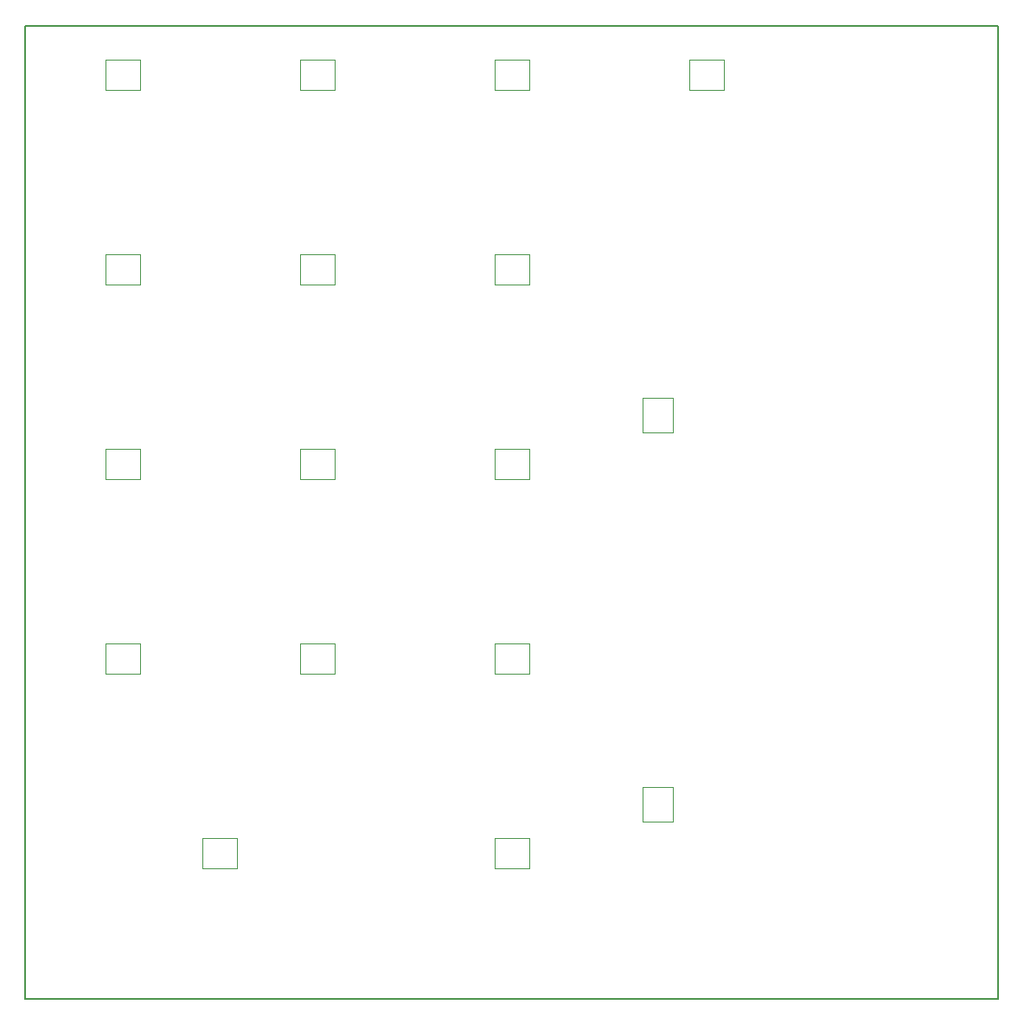
<source format=gm1>
G04 #@! TF.GenerationSoftware,KiCad,Pcbnew,(5.1.10)-1*
G04 #@! TF.CreationDate,2022-11-02T19:01:58+01:00*
G04 #@! TF.ProjectId,keyboard,6b657962-6f61-4726-942e-6b696361645f,rev?*
G04 #@! TF.SameCoordinates,Original*
G04 #@! TF.FileFunction,Profile,NP*
%FSLAX46Y46*%
G04 Gerber Fmt 4.6, Leading zero omitted, Abs format (unit mm)*
G04 Created by KiCad (PCBNEW (5.1.10)-1) date 2022-11-02 19:01:58*
%MOMM*%
%LPD*%
G01*
G04 APERTURE LIST*
G04 #@! TA.AperFunction,Profile*
%ADD10C,0.120000*%
G04 #@! TD*
G04 #@! TA.AperFunction,Profile*
%ADD11C,0.200000*%
G04 #@! TD*
G04 APERTURE END LIST*
D10*
X128480000Y-128310000D02*
X125500000Y-128310000D01*
X125500000Y-131690000D02*
X128480000Y-131690000D01*
X128480000Y-131690000D02*
X128480000Y-128310000D01*
X125500000Y-128310000D02*
X125500000Y-131690000D01*
X128480000Y-90185000D02*
X125500000Y-90185000D01*
X125500000Y-93565000D02*
X128480000Y-93565000D01*
X128480000Y-93565000D02*
X128480000Y-90185000D01*
X125500000Y-90185000D02*
X125500000Y-93565000D01*
X85815000Y-136255000D02*
X85815000Y-133275000D01*
X82435000Y-133275000D02*
X82435000Y-136255000D01*
X82435000Y-136255000D02*
X85815000Y-136255000D01*
X85815000Y-133275000D02*
X82435000Y-133275000D01*
X111010000Y-136255000D02*
X114390000Y-136255000D01*
X111010000Y-117205000D02*
X114390000Y-117205000D01*
X91960000Y-117205000D02*
X95340000Y-117205000D01*
X72910000Y-117205000D02*
X76290000Y-117205000D01*
X111010000Y-98155000D02*
X114390000Y-98155000D01*
X91960000Y-98155000D02*
X95340000Y-98155000D01*
X72910000Y-98155000D02*
X76290000Y-98155000D01*
X111010000Y-79105000D02*
X114390000Y-79105000D01*
X91960000Y-79105000D02*
X95340000Y-79105000D01*
X72910000Y-79105000D02*
X76290000Y-79105000D01*
X130060000Y-60055000D02*
X133440000Y-60055000D01*
X111010000Y-60055000D02*
X114390000Y-60055000D01*
X91960000Y-60055000D02*
X95340000Y-60055000D01*
X114390000Y-136255000D02*
X114390000Y-133275000D01*
X114390000Y-117205000D02*
X114390000Y-114225000D01*
X95340000Y-117205000D02*
X95340000Y-114225000D01*
X76290000Y-117205000D02*
X76290000Y-114225000D01*
X114390000Y-98155000D02*
X114390000Y-95175000D01*
X95340000Y-98155000D02*
X95340000Y-95175000D01*
X76290000Y-98155000D02*
X76290000Y-95175000D01*
X114390000Y-79105000D02*
X114390000Y-76125000D01*
X95340000Y-79105000D02*
X95340000Y-76125000D01*
X76290000Y-79105000D02*
X76290000Y-76125000D01*
X133440000Y-60055000D02*
X133440000Y-57075000D01*
X114390000Y-60055000D02*
X114390000Y-57075000D01*
X95340000Y-60055000D02*
X95340000Y-57075000D01*
X111010000Y-133275000D02*
X111010000Y-136255000D01*
X111010000Y-114225000D02*
X111010000Y-117205000D01*
X91960000Y-114225000D02*
X91960000Y-117205000D01*
X72910000Y-114225000D02*
X72910000Y-117205000D01*
X111010000Y-95175000D02*
X111010000Y-98155000D01*
X91960000Y-95175000D02*
X91960000Y-98155000D01*
X72910000Y-95175000D02*
X72910000Y-98155000D01*
X111010000Y-76125000D02*
X111010000Y-79105000D01*
X91960000Y-76125000D02*
X91960000Y-79105000D01*
X72910000Y-76125000D02*
X72910000Y-79105000D01*
X130060000Y-57075000D02*
X130060000Y-60055000D01*
X111010000Y-57075000D02*
X111010000Y-60055000D01*
X91960000Y-57075000D02*
X91960000Y-60055000D01*
X114390000Y-133275000D02*
X111010000Y-133275000D01*
X114390000Y-114225000D02*
X111010000Y-114225000D01*
X95340000Y-114225000D02*
X91960000Y-114225000D01*
X76290000Y-114225000D02*
X72910000Y-114225000D01*
X114390000Y-95175000D02*
X111010000Y-95175000D01*
X95340000Y-95175000D02*
X91960000Y-95175000D01*
X76290000Y-95175000D02*
X72910000Y-95175000D01*
X114390000Y-76125000D02*
X111010000Y-76125000D01*
X95340000Y-76125000D02*
X91960000Y-76125000D01*
X76290000Y-76125000D02*
X72910000Y-76125000D01*
X133440000Y-57075000D02*
X130060000Y-57075000D01*
X114390000Y-57075000D02*
X111010000Y-57075000D01*
X95340000Y-57075000D02*
X91960000Y-57075000D01*
X76290000Y-57075000D02*
X72910000Y-57075000D01*
X76290000Y-60055000D02*
X76290000Y-57075000D01*
X72910000Y-60055000D02*
X76290000Y-60055000D01*
X72910000Y-57075000D02*
X72910000Y-60055000D01*
D11*
X65080000Y-53780000D02*
X160330000Y-53780000D01*
X160330000Y-53780000D02*
X160330000Y-149030000D01*
X160330000Y-149030000D02*
X65080000Y-149030000D01*
X65080000Y-149030000D02*
X65080000Y-53780000D01*
X65080000Y-53780000D02*
G75*
G02*
X65080000Y-53780000I0J0D01*
G01*
X141280000Y-149030000D02*
G75*
G02*
X141280000Y-149030000I0J0D01*
G01*
X65080000Y-149030000D02*
G75*
G03*
X65080000Y-149030000I0J0D01*
G01*
M02*

</source>
